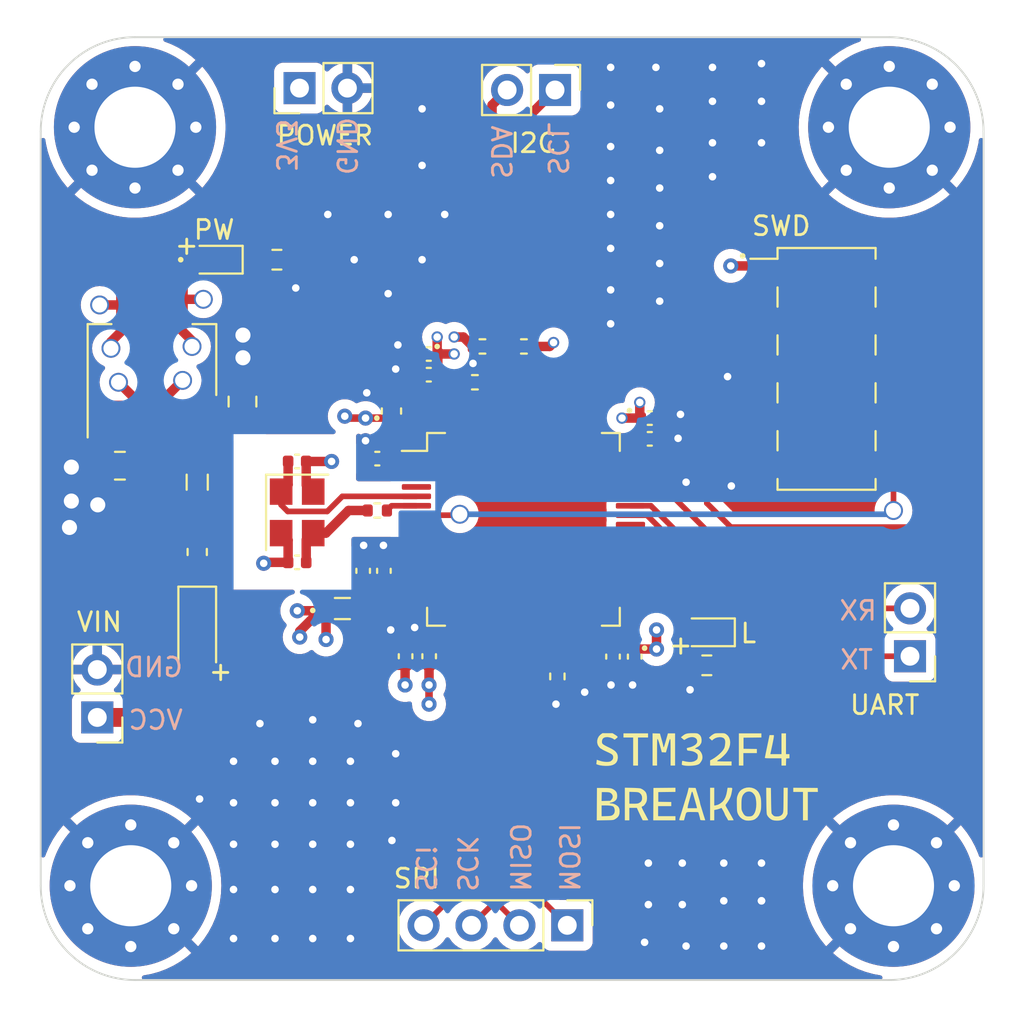
<source format=kicad_pcb>
(kicad_pcb (version 20221018) (generator pcbnew)
  (layers (0 "F.Cu" signal) (1 "In1.Cu" power) (2 "In2.Cu" power) (31 "B.Cu" signal) (34 "B.Paste" user) (35 "F.Paste" user) (36 "B.SilkS" user "B.Silkscreen") (37 "F.SilkS" user "F.Silkscreen") (38 "B.Mask" user) (39 "F.Mask" user) (44 "Edge.Cuts" user))
  (net 0 "")
  (net 1 "Net-(U2-VI)")
  (net 2 "GND")
  (net 3 "+3.3V")
  (net 4 "+3.3VA")
  (net 5 "Net-(U1-VCAP_2)")
  (net 6 "Net-(U1-VCAP_1)")
  (net 7 "HSE_IN")
  (net 8 "Net-(C18-Pad1)")
  (net 9 "Net-(D1-K)")
  (net 10 "VCC")
  (net 11 "Net-(D2-K)")
  (net 12 "Net-(D3-K)")
  (net 13 "Net-(D3-A)")
  (net 14 "Net-(F1-Pad2)")
  (net 15 "SWDIO")
  (net 16 "SWCLK")
  (net 17 "SWO")
  (net 20 "NRST")
  (net 21 "USART1_TX")
  (net 22 "USART1_RX")
  (net 23 "I2C1_SCL")
  (net 24 "I2C1_SDA")
  (net 25 "SPI1_CS")
  (net 26 "SPI1_SCK")
  (net 27 "SPI1_MISO")
  (net 28 "SPI1_MOSI")
  (net 29 "BOOT0")
  (net 30 "BOOT1")
  (net 31 "HSE_OUT")
  (footprint "Capacitor_SMD:C_0603_1608Metric" (layer "F.Cu") (at 148.375 100.025 90)
    (fp_text reference "C3")
    (fp_text value "10u")
  )
  (footprint "Connector_PinHeader_2.54mm:PinHeader_2x05_P2.54mm_Vertical_SMD" (layer "F.Cu") (at 171.45 97.79)
    (fp_text reference "J1")
    (fp_text value "Conn_02x05_Odd_Even")
  )
  (footprint "Package_QFP:LQFP-64_10x10mm_P0.5mm" (layer "F.Cu") (at 155.375 106.3)
    (fp_text reference "U1")
    (fp_text value "STM32F405RGTx")
  )
  (footprint "Connector_PinHeader_2.54mm:PinHeader_1x04_P2.54mm_Vertical" (layer "F.Cu") (at 157.7 127.3 -90)
    (fp_text reference "J4")
    (fp_text value "Conn_01x04")
  )
  (footprint "Capacitor_SMD:C_0805_2012Metric" (layer "F.Cu") (at 140.475 99.525 90)
    (fp_text reference "C1")
    (fp_text value "10u")
  )
  (footprint "Capacitor_SMD:C_0805_2012Metric" (layer "F.Cu") (at 133.975 102.925 180)
    (fp_text reference "C2")
    (fp_text value "10u")
  )
  (footprint "Capacitor_SMD:C_0402_1005Metric" (layer "F.Cu") (at 143.375 108.05 180)
    (fp_text reference "C18")
    (fp_text value "12p")
  )
  (footprint "MountingHole:MountingHole_4.3mm_M4_Pad_Via" (layer "F.Cu") (at 175 125.2)
    (fp_text reference "H3")
    (fp_text value "MountingHole_Pad")
  )
  (footprint "Capacitor_SMD:C_0201_0603Metric" (layer "F.Cu") (at 163.1 102.75)
    (fp_text reference "C15")
    (fp_text value "2.2 uf")
  )
  (footprint "Capacitor_SMD:C_0402_1005Metric" (layer "F.Cu") (at 147.625 102.55 180)
    (fp_text reference "C4")
    (fp_text value "100nf")
  )
  (footprint "Capacitor_SMD:C_0402_1005Metric" (layer "F.Cu") (at 161.275 113.05 -90)
    (fp_text reference "C8")
    (fp_text value "100nf")
  )
  (footprint "Resistor_SMD:R_0402_1005Metric" (layer "F.Cu") (at 155.4 96.6)
    (fp_text reference "R6")
    (fp_text value "2k2")
  )
  (footprint "Capacitor_SMD:C_0402_1005Metric" (layer "F.Cu") (at 150.375 113.03 90)
    (fp_text reference "C5")
    (fp_text value "100nf")
  )
  (footprint "Capacitor_SMD:C_0402_1005Metric" (layer "F.Cu") (at 150.355 98.1 180)
    (fp_text reference "C12")
    (fp_text value "100nf")
  )
  (footprint "Capacitor_SMD:C_0402_1005Metric" (layer "F.Cu") (at 150.355 97 180)
    (fp_text reference "C11")
    (fp_text value "100nf")
  )
  (footprint "logoslikscreen:F4logoslikscreen" (layer "F.Cu") (at 165.2 119.6)
    (fp_text reference "G***" hide)
    (fp_text value "LOGO" hide)
  )
  (footprint "LED_SMD:LED_0603_1608Metric" (layer "F.Cu") (at 139 92 180)
    (fp_text reference "D2")
    (fp_text value "Red")
  )
  (footprint "Capacitor_SMD:C_0201_0603Metric" (layer "F.Cu") (at 158.6 113.8 -90)
    (fp_text reference "C16")
    (fp_text value "2.2 uf")
  )
  (footprint "Capacitor_SMD:C_0402_1005Metric" (layer "F.Cu") (at 160.125 113.05 -90)
    (fp_text reference "C7")
    (fp_text value "100nf")
  )
  (footprint "Capacitor_SMD:C_0402_1005Metric" (layer "F.Cu") (at 162.075 100.4)
    (fp_text reference "C9")
    (fp_text value "100nf")
  )
  (footprint "MountingHole:MountingHole_4.3mm_M4_Pad_Via" (layer "F.Cu") (at 134.55 125.2)
    (fp_text reference "H4")
    (fp_text value "MountingHole_Pad")
  )
  (footprint "Diode_SMD:D_SOD-123" (layer "F.Cu") (at 138.075 111.7 -90)
    (fp_text reference "D1")
    (fp_text value "B5819W")
  )
  (footprint "Fuse:Fuse_0603_1608Metric" (layer "F.Cu") (at 138.075 107.5 90)
    (fp_text reference "F1")
    (fp_text value "500mA")
  )
  (footprint "Capacitor_SMD:C_0402_1005Metric" (layer "F.Cu") (at 149.125 113.03 90)
    (fp_text reference "C6")
    (fp_text value "100nf")
  )
  (footprint "LED_SMD:LED_0603_1608Metric" (layer "F.Cu") (at 165.1 111.76 180)
    (fp_text reference "D3")
    (fp_text value "Red")
  )
  (footprint "Crystal:Crystal_SMD_3225-4Pin_3.2x2.5mm" (layer "F.Cu") (at 143.375 105.4 -90)
    (fp_text reference "HSE1")
    (fp_text value "16MHZ")
  )
  (footprint "Resistor_SMD:R_0402_1005Metric" (layer "F.Cu") (at 157.175 114.1 90)
    (fp_text reference "R3")
    (fp_text value "10k")
  )
  (footprint "Resistor_SMD:R_0402_1005Metric" (layer "F.Cu") (at 147.625 105.3)
    (fp_text reference "R8")
    (fp_text value "220")
  )
  (footprint "Capacitor_SMD:C_0402_1005Metric" (layer "F.Cu") (at 143.375 102.7)
    (fp_text reference "C17")
    (fp_text value "12p")
  )
  (footprint "Inductor_SMD:L_0805_2012Metric" (layer "F.Cu") (at 138.075 103.8 90)
    (fp_text reference "FB1")
    (fp_text value "100 @ 100 MHz")
  )
  (footprint "Connector_PinHeader_2.54mm:PinHeader_1x02_P2.54mm_Vertical" (layer "F.Cu") (at 175.875 113.03 180)
    (fp_text reference "J2")
    (fp_text value "Conn_01x02")
  )
  (footprint "Capacitor_SMD:C_0402_1005Metric" (layer "F.Cu") (at 162.075 101.5)
    (fp_text reference "C10")
    (fp_text value "100nf")
  )
  (footprint "Resistor_SMD:R_0402_1005Metric" (layer "F.Cu") (at 153.2 96.6 180)
    (fp_text reference "R7")
    (fp_text value "2k2")
  )
  (footprint "Capacitor_SMD:C_0402_1005Metric" (layer "F.Cu") (at 147.975 108.5 90)
    (fp_text reference "C13")
    (fp_text value "100nf")
  )
  (footprint "Resistor_SMD:R_0402_1005Metric" (layer "F.Cu") (at 152.8 98.5)
    (fp_text reference "R2")
    (fp_text value "10k")
  )
  (footprint "MountingHole:MountingHole_4.3mm_M4_Pad_Via" (layer "F.Cu") (at 174.775 84.975)
    (fp_text reference "H1")
    (fp_text value "MountingHole_Pad")
  )
  (footprint "MountingHole:MountingHole_4.3mm_M4_Pad_Via" (layer "F.Cu") (at 134.775 84.975)
    (fp_text reference "H2")
    (fp_text value "MountingHole_Pad")
  )
  (footprint "Package_TO_SOT_SMD:SOT-223-3_TabPin2" (layer "F.Cu") (at 135.675 97.325 90)
    (fp_text reference "U2")
    (fp_text value "AMS1117-3.3")
  )
  (footprint "Capacitor_SMD:C_0402_1005Metric" (layer "F.Cu") (at 146.875 108.5 90)
    (fp_text reference "C14")
    (fp_text value "10n")
  )
  (footprint "Connector_PinHeader_2.54mm:PinHeader_1x02_P2.54mm_Vertical" (layer "F.Cu") (at 132.775 116.275 180)
    (fp_text reference "J5")
    (fp_text value "Conn_01x02")
  )
  (footprint "Resistor_SMD:R_0603_1608Metric" (layer "F.Cu") (at 142.3 92 180)
    (fp_text reference "R1")
    (fp_text value "2k2")
  )
  (footprint "Connector_PinHeader_2.54mm:PinHeader_1x02_P2.54mm_Vertical" (layer "F.Cu") (at 157.05 83 -90)
    (fp_text reference "J3")
    (fp_text value "Conn_01x02")
  )
  (footprint "Resistor_SMD:R_0603_1608Metric" (layer "F.Cu") (at 165.1 113.51)
    (fp_text reference "R4")
    (fp_text value "2k2")
  )
  (footprint "Inductor_SMD:L_0805_2012Metric" (layer "F.Cu") (at 145.775 110.5)
    (fp_text reference "FB2")
    (fp_text value "100 @ 100 MHz")
  )
  (footprint "Connector_PinHeader_2.54mm:PinHeader_1x02_P2.54mm_Vertical" (layer "F.Cu") (at 143.5 82.9 90)
    (fp_text reference "J6")
    (fp_text value "Conn_01x02")
  )
  (gr_circle (center 161.8 112.6) (end 161.8 112.6) (stroke (width 0.15)) (fill none) (layer "F.SilkS"))
  (gr_circle (center 144.2 110.6) (end 144.2 110.6) (stroke (width 0.15)) (fill none) (layer "F.SilkS"))
  (gr_circle (center 147.6 100.4) (end 147.6 100.4) (stroke (width 0.15)) (fill none) (layer "F.SilkS"))
  (gr_circle (center 137.2 92) (end 137.2 92) (stroke (width 0.15)) (fill none) (layer "F.SilkS"))
  (gr_circle (center 161 100) (end 161 100) (stroke (width 0.15)) (fill none) (layer "F.SilkS"))
  (gr_circle (center 167 91.8) (end 167 91.8) (stroke (width 0.15)) (fill none) (layer "F.SilkS"))
  (gr_circle (center 150.8 96.6) (end 150.8 96.6) (stroke (width 0.15)) (fill none) (layer "F.SilkS"))
  (gr_line (start 129.775 125.2) (end 129.775 85.2) (stroke (width 0.1)) (layer "Edge.Cuts"))
  (gr_line (start 179.775 85.2) (end 179.775 125.2) (stroke (width 0.1)) (layer "Edge.Cuts"))
  (gr_arc (start 179.775 125.2) (mid 178.310534 128.735534) (end 174.775 130.2) (stroke (width 0.1)) (layer "Edge.Cuts"))
  (gr_line (start 174.775 130.2) (end 134.775 130.2) (stroke (width 0.1)) (layer "Edge.Cuts"))
  (gr_line (start 134.775 80.2) (end 174.775 80.2) (stroke (width 0.1)) (layer "Edge.Cuts"))
  (gr_arc (start 174.775 80.2) (mid 178.310534 81.664466) (end 179.775 85.2) (stroke (width 0.1)) (layer "Edge.Cuts"))
  (gr_arc (start 134.775 130.2) (mid 131.239466 128.735534) (end 129.775 125.2) (stroke (width 0.1)) (layer "Edge.Cuts"))
  (gr_arc (start 129.775 85.2) (mid 131.239466 81.664466) (end 134.775 80.2) (stroke (width 0.1)) (layer "Edge.Cuts"))
  (gr_text "SCK" (at 151.8 125.6 -90) (layer "B.SilkS") (effects (font (size 1 1)) (justify left bottom mirror)))
  (gr_text "SCi" (at 149.6 125.6 -90) (layer "B.SilkS") (effects (font (size 1 1)) (justify left bottom mirror)))
  (gr_text "MOSI" (at 157.2 125.6 -90) (layer "B.SilkS") (effects (font (size 1 1)) (justify left bottom mirror)))
  (gr_text "GND" (at 137.4 114.2) (layer "B.SilkS") (effects (font (size 1 1)) (justify left bottom mirror)))
  (gr_text "MISO" (at 154.6 125.6 -90) (layer "B.SilkS") (effects (font (size 1 1)) (justify left bottom mirror)))
  (gr_text "SDA" (at 153.6 87.8 -90) (layer "B.SilkS") (effects (font (size 1 1)) (justify left bottom mirror)))
  (gr_text "TX" (at 174 113.8) (layer "B.SilkS") (effects (font (size 1 1)) (justify left bottom mirror)))
  (gr_text "3V3" (at 142.2 87.4 -90) (layer "B.SilkS") (effects (font (size 1 1)) (justify left bottom mirror)))
  (gr_text "GND" (at 145.4 87.6 270) (layer "B.SilkS") (effects (font (size 1 1)) (justify left bottom mirror)))
  (gr_text "SCL" (at 156.6 87.6 -90) (layer "B.SilkS") (effects (font (size 1 1)) (justify left bottom mirror)))
  (gr_text "RX" (at 174.2 111.2) (layer "B.SilkS") (effects (font (size 1 1)) (justify left bottom mirror)))
  (gr_text "VCC" (at 137.4 117) (layer "B.SilkS") (effects (font (size 1 1)) (justify left bottom mirror)))
  (gr_text "VIN\n" (at 131.6 111.8) (layer "F.SilkS") (effects (font (size 1 1)) (justify left bottom)))
  (gr_text "PW" (at 137.8 91) (layer "F.SilkS") (effects (font (size 1 1)) (justify left bottom)))
  (gr_text "I2C" (at 154.6 86.4) (layer "F.SilkS") (effects (font (size 1 1)) (justify left bottom)))
  (gr_text "+" (at 136.8 91.8) (layer "F.SilkS") (effects (font (size 1 1)) (justify left bottom)))
  (gr_text "+" (at 138.6 114.4) (layer "F.SilkS") (effects (font (size 1 1)) (justify left bottom)))
  (gr_text "SPI" (at 148.4 125.4) (layer "F.SilkS") (effects (font (size 1 1)) (justify left bottom)))
  (gr_text "L" (at 166.8 112.4) (layer "F.SilkS") (effects (font (size 1 1)) (justify left bottom)))
  (gr_text "POWER" (at 142.2 86) (layer "F.SilkS") (effects (font (size 1 1)) (justify left bottom)))
  (gr_text "SWD" (at 167.4 90.8) (layer "F.SilkS") (effects (font (size 1 1)) (justify left bottom)))
  (gr_text "+" (at 163 113) (layer "F.SilkS") (effects (font (size 1 1)) (justify left bottom)))
  (gr_text "UART" (at 172.6 116.2) (layer "F.SilkS") (effects (font (size 1 1)) (justify left bottom)))
  (segment (start 140.475 100.475) (end 137.975 100.475) (width 1) (layer "F.Cu") (net 1))
  (segment (start 138.075 102.7375) (end 138.075 100.575) (width 1) (layer "F.Cu") (net 1))
  (segment (start 138.075 100.575) (end 137.975 100.475) (width 1) (layer "F.Cu") (net 1))
  (segment (start 146.875 108.02) (end 146.875 107.175) (width 0.5) (layer "F.Cu") (net 2))
  (segment (start 150.375 112.275) (end 149.606 111.506) (width 0.3) (layer "F.Cu") (net 2))
  (segment (start 148.9 98.1) (end 148.6 97.8) (width 0.5) (layer "F.Cu") (net 2))
  (segment (start 150.375 112.55) (end 150.375 112.275) (width 0.3) (layer "F.Cu") (net 2))
  (segment (start 149.875 98.1) (end 148.9 98.1) (width 0.5) (layer "F.Cu") (net 2))
  (segment (start 143.855 102.7) (end 145.2 102.7) (width 0.5) (layer "F.Cu") (net 2))
  (segment (start 162.582 101.473) (end 162.555 101.5) (width 0.5) (layer "F.Cu") (net 2))
  (segment (start 147 102.405) (end 147.145 102.55) (width 0.4) (layer "F.Cu") (net 2))
  (segment (start 142.895 106.87) (end 142.525 106.5) (width 0.5) (layer "F.Cu") (net 2))
  (segment (start 164 103.8) (end 163.46 103.26) (width 0.5) (layer "F.Cu") (net 2))
  (segment (start 161.275 113.53) (end 161.275 114.442) (width 0.5) (layer "F.Cu") (net 2))
  (segment (start 149.125 112.422) (end 148.336 111.633) (width 0.5) (layer "F.Cu") (net 2))
  (segment (start 164.211 113.574) (end 164.275 113.51) (width 0.4) (layer "F.Cu") (net 2))
  (segment (start 160.125 113.53) (end 161.275 113.53) (width 0.5) (layer "F.Cu") (net 2))
  (segment (start 152.125 111.975) (end 152.125 111.098958) (width 0.3) (layer "F.Cu") (net 2))
  (segment (start 162.555 100.4) (end 162.555 101.5) (width 0.5) (layer "F.Cu") (net 2))
  (segment (start 168.925 97.79) (end 166.61 97.79) (width 0.5) (layer "F.Cu") (net 2))
  (segment (start 149.395 96.52) (end 149.875 97) (width 0.5) (layer "F.Cu") (net 2))
  (segment (start 143.125 93.325) (end 143.3 93.5) (width 0.5) (layer "F.Cu") (net 2))
  (segment (start 161.275 114.442) (end 161.163 114.554) (width 0.5) (layer "F.Cu") (net 2))
  (segment (start 149.125 112.55) (end 150.375 112.55) (width 0.5) (layer "F.Cu") (net 2))
  (segment (start 163.506 100.4) (end 163.703 100.203) (width 0.5) (layer "F.Cu") (net 2))
  (segment (start 147.256 99.25) (end 147.066 99.06) (width 0.5) (layer "F.Cu") (net 2))
  (segment (start 166.61 97.79) (end 166.2 98.2) (width 0.5) (layer "F.Cu") (net 2))
  (segment (start 152.125 98.665) (end 152.29 98.5) (width 0.3) (layer "F.Cu") (net 2))
  (segment (start 163.47 102.8) (end 163.42 102.75) (width 0.3) (layer "F.Cu") (net 2))
  (segment (start 143.855 103.93) (end 144.225 104.3) (width 0.5) (layer "F.Cu") (net 2))
  (segment (start 140.5 97.2) (end 140.5 96) (width 0.5) (layer "F.Cu") (net 2))
  (segment (start 147 101.6) (end 147 102.405) (width 0.4) (layer "F.Cu") (net 2))
  (segment (start 158.623 114.935) (end 158.623 114.143) (width 0.4) (layer "F.Cu") (net 2))
  (segment (start 164.211 114.808) (end 164.211 113.574) (width 0.4) (layer "F.Cu") (net 2))
  (segment (start 149.875 97) (end 149.875 98.1) (width 0.5) (layer "F.Cu") (net 2))
  (segment (start 160.02 114.554) (end 160.02 113.635) (width 0.5) (layer "F.Cu") (net 2))
  (segment (start 142.895 108.05) (end 141.65 108.05) (width 0.5) (layer "F.Cu") (net 2))
  (segment (start 143.125 92) (end 143.125 93.325) (width 0.5) (layer "F.Cu") (net 2))
  (segment (start 141.65 108.05) (end 141.6 108.1) (width 0.5) (layer "F.Cu") (net 2))
  (segment (start 168.925 102.87) (end 167.53 102.87) (width 0.5) (layer "F.Cu") (net 2))
  (segment (start 158.623 114.143) (end 158.6 114.12) (width 0.4) (layer "F.Cu") (net 2))
  (segment (start 157.099 115.57) (end 157.099 114.686) (width 0.4) (layer "F.Cu") (net 2))
  (segment (start 148.005 108.05) (end 147.975 108.02) (width 0.3) (layer "F.Cu") (net 2))
  (segment (start 163.576 101.473) (end 162.582 101.473) (width 0.5) (layer "F.Cu") (net 2))
  (segment (start 146.875 107.175) (end 146.9 107.15) (width 0.5) (layer "F.Cu") (net 2))
  (segment (start 133.025 100.825) (end 133.375 100.475) (width 1) (layer "F.Cu") (net 2))
  (segment (start 146.875 108.02) (end 147.975 108.02) (width 0.5) (layer "F.Cu") (net 2))
  (segment (start 149.7 108.05) (end 148.005 108.05) (width 0.3) (layer "F.Cu") (net 2))
  (segment (start 140.475 98.575) (end 140.475 97.225) (width 0.5) (layer "F.Cu") (net 2))
  (segment (start 140.475 97.225) (end 140.5 97.2) (width 0.5) (layer "F.Cu") (net 2))
  (segment (start 143.855 102.7) (end 143.855 103.93) (width 0.5) (layer "F.Cu") (net 2))
  (segment (start 151.876042 110.85) (end 151.35 110.85) (width 0.3) (layer "F.Cu") (net 2))
  (segment (start 151.35 110.85) (end 150.375 111.825) (width 0.3) (layer "F.Cu") (net 2))
  (segment (start 163.46 103.26) (end 163.46 102.75) (width 0.5) (layer "F.Cu") (net 2))
  (segment (start 167.53 102.87) (end 166.4 104) (width 0.5) (layer "F.Cu") (net 2))
  (segment (start 148.375 99.25) (end 147.256 99.25) (width 0.5) (layer "F.Cu") (net 2))
  (segment (start 152.29 97.91) (end 152.7 97.5) (width 0.3) (layer "F.Cu") (net 2))
  (segment (start 133.025 102.925) (end 133.025 100.825) (width 1) (layer "F.Cu") (net 2))
  (segment (start 147.975 107.175) (end 147.95 107.15) (width 0.3) (layer "F.Cu") (net 2))
  (segment (start 142.895 108.05) (end 142.895 106.87) (width 0.5) (layer "F.Cu") (net 2))
  (segment (start 160.02 113.635) (end 160.125 113.53) (width 0.5) (layer "F.Cu") (net 2))
  (segment (start 149.125 112.55) (end 149.125 112.422) (width 0.5) (layer "F.Cu") (net 2))
  (segment (start 148.717 96.52) (end 149.395 96.52) (width 0.5) (layer "F.Cu") (net 2))
  (segment (start 152.125 100.625) (end 152.125 98.665) (width 0.3) (layer "F.Cu") (net 2))
  (segment (start 152.29 98.5) (end 152.29 97.91) (width 0.3) (layer "F.Cu") (net 2))
  (segment (start 150.375 111.825) (end 150.375 112.55) (width 0.3) (layer "F.Cu") (net 2))
  (segment (start 157.099 114.686) (end 157.175 114.61) (width 0.4) (layer "F.Cu") (net 2))
  (segment (start 147.975 108.02) (end 147.975 107.175) (width 0.3) (layer "F.Cu") (net 2))
  (segment (start 152.125 111.098958) (end 151.876042 110.85) (width 0.3) (layer "F.Cu") (net 2))
  (segment (start 162.555 100.4) (end 163.506 100.4) (width 0.5) (layer "F.Cu") (net 2))
  (via (at 160.02 114.554) (size 0.8) (drill 0.4) (layers "F.Cu" "B.Cu") (net 2))
  (via (at 140 123) (size 0.8) (drill 0.4) (layers "F.Cu" "B.Cu") (net 2))
  (via (at 165.4 83.6) (size 0.8) (drill 0.4) (layers "F.Cu" "B.Cu") (net 2))
  (via (at 140 120.8) (size 0.8) (drill 0.4) (layers "F.Cu" "B.Cu") (net 2))
  (via (at 146.4 92) (size 0.8) (drill 0.4) (layers "F.Cu" "B.Cu") (net 2))
  (via (at 168 126) (size 0.8) (drill 0.4) (layers "F.Cu" "B.Cu") (net 2))
  (via (at 162 126.2) (size 0.8) (drill 0.4) (layers "F.Cu" "B.Cu") (net 2))
  (via (at 163.576 101.473) (size 0.8) (drill 0.4) (layers "F.Cu" "B.Cu") (net 2))
  (via (at 160 87.8) (size 0.8) (drill 0.4) (layers "F.Cu" "B.Cu") (net 2))
  (via (at 158.623 114.935) (size 0.8) (drill 0.4) (layers "F.Cu" "B.Cu") (net 2))
  (via (at 165.4 81.8) (size 0.8) (drill 0.4) (layers "F.Cu" "B.Cu") (net 2))
  (via (at 148.6 120.8) (size 0.8) (drill 0.4) (layers "F.Cu" "B.Cu") (net 2))
  (via (at 168 128.4) (size 0.8) (drill 0.4) (layers "F.Cu" "B.Cu") (net 2))
  (via (at 147.066 99.06) (size 0.8) (drill 0.4) (layers "F.Cu" "B.Cu") (net 2))
  (via (at 166.4 104) (size 0.8) (drill 0.4) (layers "F.Cu" "B.Cu") (net 2))
  (via (at 162.6 84) (size 0.8) (drill 0.4) (layers "F.Cu" "B.Cu") (net 2))
  (via (at 152.7 97.5) (size 0.6) (drill 0.4) (layers "F.Cu" "B.Cu") (net 2))
  (via (at 160 83.8) (size 0.8) (drill 0.4) (layers "F.Cu" "B.Cu") (net 2))
  (via (at 146.2 125.4) (size 0.8) (drill 0.4) (layers "F.Cu" "B.Cu") (net 2))
  (via (at 142.2 118.6) (size 0.8) (drill 0.4) (layers "F.Cu" "B.Cu") (net 2))
  (via (at 132.8 105) (size 1) (drill 0.8) (layers "F.Cu" "B.Cu") (net 2))
  (via (at 161.163 114.554) (size 0.8) (drill 0.4) (layers "F.Cu" "B.Cu") (net 2))
  (via (at 131.4 104.8) (size 1) (drill 0.8) (layers "F.Cu" "B.Cu") (net 2))
  (via (at 144.2 116.4) (size 0.8) (drill 0.4) (layers "F.Cu" "B.Cu") (net 2))
  (via (at 144.2 118.6) (size 0.8) (drill 0.4) (layers "F.Cu" "B.Cu") (net 2))
  (via (at 160 93.6) (size 0.8) (drill 0.4) (layers "F.Cu" "B.Cu") (net 2))
  (via (at 157.099 115.57) (size 0.8) (drill 0.4) (layers "F.Cu" "B.Cu") (net 2))
  (via (at 163.703 100.203) (size 0.8) (drill 0.4) (layers "F.Cu" "B.Cu") (net 2))
  (via (at 166 124) (size 0.8) (drill 0.4) (layers "F.Cu" "B.Cu") (net 2))
  (via (at 146.2 120.8) (size 0.8) (drill 0.4) (layers "F.Cu" "B.Cu") (net 2))
  (via (at 168 83.6) (size 0.8) (drill 0.4) (layers "F.Cu" "B.Cu") (net 2))
  (via (at 138.2 120.6) (size 0.8) (drill 0.4) (layers "F.Cu" "B.Cu") (net 2))
  (via (at 162 124) (size 0.8) (drill 0.4) (layers "F.Cu" "B.Cu") (net 2))
  (via (at 168 124) (size 0.8) (drill 0.4) (layers "F.Cu" "B.Cu") (net 2))
  (via (at 144.2 128) (size 0.8) (drill 0.4) (layers "F.Cu" "B.Cu") (net 2))
  (via (at 150 84) (size 0.8) (drill 0.4) (layers "F.Cu" "B.Cu") (net 2))
  (via (at 160 81.8) (size 0.8) (drill 0.4) (layers "F.Cu" "B.Cu") (net 2))
  (via (at 148.336 111.633) (size 0.8) (drill 0.4) (layers "F.Cu" "B.Cu") (net 2))
  (via (at 162.6 92.2) (size 0.8) (drill 0.4) (layers "F.Cu" "B.Cu") (net 2))
  (via (at 149.606 111.506) (size 0.8) (drill 0.4) (layers "F.Cu" "B.Cu") (net 2))
  (via (at 142.2 123) (size 0.8) (drill 0.4) (layers "F.Cu" "B.Cu") (net 2))
  (via (at 131.4 103) (size 1) (drill 0.8) (layers "F.Cu" "B.Cu") (net 2))
  (via (at 148.2 89.6) (size 0.8) (drill 0.4) (layers "F.Cu" "B.Cu") (net 2))
  (via (at 147.95 107.15) (size 0.8) (drill 0.4) (layers "F.Cu" "B.Cu") (net 2))
  (via (at 146.9 107.15) (size 0.8) (drill 0.4) (layers "F.Cu" "B.Cu") (net 2))
  (via (at 166 126) (size 0.8) (drill 0.4) (layers "F.Cu" "B.Cu") (net 2))
  (via (at 150 92) (size 0.8) (drill 0.4) (layers "F.Cu" "B.Cu") (net 2))
  (via (at 145.2 102.7) (size 0.8) (drill 0.4) (layers "F.Cu" "B.Cu") (net 2))
  (via (at 160 95.4) (size 0.8) (drill 0.4) (layers "F.Cu" "B.Cu") (net 2))
  (via (at 140 128) (size 0.8) (drill 0.4) (layers "F.Cu" "B.Cu") (net 2))
  (via (at 160 89.6) (size 0.8) (drill 0.4) (layers "F.Cu" "B.Cu") (net 2))
  (via (at 146.2 128) (size 0.8) (drill 0.4) (layers "F.Cu" "B.Cu") (net 2))
  (via (at 168 126) (size 0.8) (drill 0.4) (layers "F.Cu" "B.Cu") (net 2))
  (via (at 142.2 128) (size 0.8) (drill 0.4) (layers "F.Cu" "B.Cu") (net 2))
  (via (at 164.211 114.808) (size 0.8) (drill 0.4) (layers "F.Cu" "B.Cu") (net 2))
  (via (at 143.3 93.5) (size 0.8) (drill 0.4) (layers "F.Cu" "B.Cu") (net 2))
  (via (at 162.6 86.2) (size 0.8) (drill 0.4) (layers "F.Cu" "B.Cu") (net 2))
  (via (at 160 91.4) (size 0.8) (drill 0.4) (layers "F.Cu" "B.Cu") (net 2))
  (via (at 162.6 88.2) (size 0.8) (drill 0.4) (layers "F.Cu" "B.Cu") (net 2))
  (via (at 166.2 98.2) (size 0.8) (drill 0.4) (layers "F.Cu" "B.Cu") (net 2))
  (via (at 144.2 120.8) (size 0.8) (drill 0.4) (layers "F.Cu" "B.Cu") (net 2))
  (via (at 162.6 94.2) (size 0.8) (drill 0.4) (layers "F.Cu" "B.Cu") (net 2))
  (via (at 131.3 106.2) (size 1) (drill 0.8) (layers "F.Cu" "B.Cu") (net 2))
  (via (at 140.5 96) (size 1) (drill 0.8) (layers "F.Cu" "B.Cu") (net 2))
  (via (at 148.6 118.2) (size 0.8) (drill 0.4) (layers "F.Cu" "B.Cu") (net 2))
  (via (at 144.2 125.4) (size 0.8) (drill 0.4) (layers "F.Cu" "B.Cu") (net 2))
  (via (at 165.4 87.6) (size 0.8) (drill 0.4) (layers "F.Cu" "B.Cu") (net 2))
  (via (at 164 128.4) (size 0.8) (drill 0.4) (layers "F.Cu" "B.Cu") (net 2))
  (via (at 140 125.4) (size 0.8) (drill 0.4) (layers "F.Cu" "B.Cu") (net 2))
  (via (at 162.4 81.8) (size 0.8) (drill 0.4) (layers "F.Cu" "B.Cu") (net 2))
  (via (at 151.2 89.6) (size 0.8) (drill 0.4) (layers "F.Cu" "B.Cu") (net 2))
  (via (at 148.6 97.8) (size 0.8) (drill 0.4) (layers "F.Cu" "B.Cu") (net 2))
  (via (at 164 103.8) (size 0.8) (drill 0.4) (layers "F.Cu" "B.Cu") (net 2))
  (via (at 166 128.4) (size 0.8) (drill 0.4) (layers "F.Cu" "B.Cu") (net 2))
  (via (at 140 118.6) (size 0.8) (drill 0.4) (layers "F.Cu" "B.Cu") (net 2))
  (via (at 150 87) (size 0.8) (drill 0.4) (layers "F.Cu" "B.Cu") (net 2))
  (via (at 142.2 120.8) (size 0.8) (drill 0.4) (layers "F.Cu" "B.Cu") (net 2))
  (via (at 163.8 124) (size 0.8) (drill 0.4) (layers "F.Cu" "B.Cu") (net 2))
  (via (at 148.717 96.52) (size 0.8) (drill 0.4) (layers "F.Cu" "B.Cu") (net 2))
  (via (at 142.2 125.4) (size 0.8) (drill 0.4) (layers "F.Cu" "B.Cu") (net 2))
  (via (at 148.4 122.8) (size 0.8) (drill 0.4) (layers "F.Cu" "B.Cu") (net 2))
  (via (at 141.6 108.1) (size 0.8) (drill 0.4) (layers "F.Cu" "B.Cu") (net 2))
  (via (at 163.8 126.2) (size 0.8) (drill 0.4) (layers "F.Cu" "B.Cu") (net 2))
  (via (at 146.2 123) (size 0.8) (drill 0.4) (layers "F.Cu" "B.Cu") (net 2))
  (via (at 165.4 85.8) (size 0.8) (drill 0.4) (layers "F.Cu" "B.Cu") (net 2))
  (via (at 161.8 128.2) (size 0.8) (drill 0.4) (layers "F.Cu" "B.Cu") (net 2))
  (via (at 146.6 116.6) (size 0.8) (drill 0.4) (layers "F.Cu" "B.Cu") (net 2))
  (via (at 168 85.8) (size 0.8) (drill 0.4) (layers "F.Cu" "B.Cu") (net 2))
  (via (at 160 86) (size 0.8) (drill 0.4) (layers "F.Cu" "B.Cu") (net 2))
  (via (at 141.4 116.6) (size 0.8) (drill 0.4) (layers "F.Cu" "B.Cu") (net 2))
  (via (at 140.5 97.2) (size 1) (drill 0.8) (layers "F.Cu" "B.Cu") (net 2))
  (via (at 168 81.6) (size 0.8) (drill 0.4) (layers "F.Cu" "B.Cu") (net 2))
  (via (at 144.2 123) (size 0.8) (drill 0.4) (layers "F.Cu" "B.Cu") (net 2))
  (via (at 145 89.6) (size 0.8) (drill 0.4) (layers "F.Cu" "B.Cu") (net 2))
  (via (at 148.2 93.8) (size 0.8) (drill 0.4) (layers "F.Cu" "B.Cu") (net 2))
  (via (at 147 101.6) (size 0.8) (drill 0.4) (layers "F.Cu" "B.Cu") (net 2))
  (via (at 162.6 90.2) (size 0.8) (drill 0.4) (layers "F.Cu" "B.Cu") (net 2))
  (via (at 146.2 118.6) (size 0.8) (drill 0.4) (layers "F.Cu" "B.Cu") (net 2))
  (segment (start 135.675 100.025) (end 135.675 100.475) (width 0.5) (layer "F.Cu") (net 3))
  (segment (start 149.098 113.537) (end 149.125 113.51) (width 0.5) (layer "F.Cu") (net 3))
  (segment (start 143.383 110.617) (end 144.5955 110.617) (width 0.5) (layer "F.Cu") (net 3))
  (segment (start 150.835 99.609) (end 149.644 100.8) (width 0.3) (layer "F.Cu") (net 3))
  (segment (start 152.625 111.975) (end 152.625 112.851042) (width 0.3) (layer "F.Cu") (net 3))
  (segment (start 145.291742 110.5) (end 144.7125 110.5) (width 0.5) (layer "F.Cu") (net 3))
  (segment (start 150.8 96.965) (end 150.835 97) (width 0.5) (layer "F.Cu") (net 3))
  (segment (start 150.835 97) (end 150.835 98.1) (width 0.5) (layer "F.Cu") (net 3))
  (segment (start 148.105 102.55) (end 148.105 101.07) (width 0.3) (layer "F.Cu") (net 3))
  (segment (start 147 100.4) (end 146 100.4) (width 0.4) (layer "F.Cu") (net 3))
  (segment (start 149.644 100.8) (end 148.375 100.8) (width 0.3) (layer "F.Cu") (net 3))
  (segment (start 161.05 102.55) (end 161.05 102.045) (width 0.3) (layer "F.Cu") (net 3))
  (segment (start 135.675 100.475) (end 135.675 102.175) (width 1) (layer "F.Cu") (net 3))
  (segment (start 133.5 96.7) (end 133.5 96.35) (width 0.5) (layer "F.Cu") (net 3))
  (segment (start 143.51 111.7025) (end 144.7125 110.5) (width 0.5) (layer "F.Cu") (net 3))
  (segment (start 147.975 100.4) (end 148.375 100.8) (width 0.4) (layer "F.Cu") (net 3))
  (segment (start 160.125 112.425) (end 160.125 112.57) (width 0.3) (layer "F.Cu") (net 3))
  (segment (start 150.835 98.1) (end 150.835 99.609) (width 0.3) (layer "F.Cu") (net 3))
  (segment (start 135.675 94.175) (end 135.675 100.475) (width 1) (layer "F.Cu") (net 3))
  (segment (start 161.544 100.349) (end 161.595 100.4) (width 0.5) (layer "F.Cu") (net 3))
  (segment (start 156.765 96.6) (end 156.972 96.393) (width 0.5) (layer "F.Cu") (net 3))
  (segment (start 162.433 112.649) (end 161.354 112.649) (width 0.5) (layer "F.Cu") (net 3))
  (segment (start 168.544 92.329) (end 168.925 92.71) (width 0.5) (layer "F.Cu") (net 3))
  (segment (start 151.625 100.625) (end 151.625 98.89) (width 0.3) (layer "F.Cu") (net 3))
  (segment (start 155.91 96.6) (end 156.765 96.6) (width 0.5) (layer "F.Cu") (net 3))
  (segment (start 151.625 98.89) (end 150.835 98.1) (width 0.3) (layer "F.Cu") (net 3))
  (segment (start 136.0375 94.175) (end 138.2125 92) (width 1) (layer "F.Cu") (net 3))
  (segment (start 146 100.4) (end 145.9 100.3) (width 0.4) (layer "F.Cu") (net 3))
  (segment (start 162.433 112.649) (end 162.433 111.633) (width 0.5) (layer "F.Cu") (net 3))
  (segment (start 151.966042 113.51) (end 150.375 113.51) (width 0.3) (layer "F.Cu") (net 3))
  (segment (start 135.75 94.1) (end 135.675 94.175) (width 0.5) (layer "F.Cu") (net 3))
  (segment (start 144.907 112.141) (end 144.907 110.6945) (width 0.5) (layer "F.Cu") (net 3))
  (segment (start 150.368 115.57) (end 150.368 114.554) (width 0.4) (layer "F.Cu") (net 3))
  (segment (start 135.675 94.175) (end 136.0375 94.175) (width 1) (layer "F.Cu") (net 3))
  (segment (start 149.125 113.51) (end 148.301742 113.51) (width 0.5) (layer "F.Cu") (net 3))
  (segment (start 144.907 110.6945) (end 144.7125 110.5) (width 0.5) (layer "F.Cu") (net 3))
  (segment (start 161.354 112.649) (end 161.275 112.57) (width 0.5) (layer "F.Cu") (net 3))
  (segment (start 161.544 99.568) (end 161.544 100.349) (width 0.5) (layer "F.Cu") (net 3))
  (segment (start 135.45 94.4) (end 135.675 94.175) (width 0.5) (layer "F.Cu") (net 3))
  (segment (start 147 100.4) (end 147.975 100.4) (width 0.4) (layer "F.Cu") (net 3))
  (segment (start 132.9 94.4) (end 135.45 94.4) (width 0.5) (layer "F.Cu") (net 3))
  (segment (start 135.675 102.175) (end 134.925 102.925) (width 1) (layer "F.Cu") (net 3))
  (segment (start 161.275 112.57) (end 160.125 112.57) (width 0.5) (layer "F.Cu") (net 3))
  (segment (start 161.05 102.045) (end 161.595 101.5) (width 0.3) (layer "F.Cu") (net 3))
  (segment (start 133.9 98.5) (end 135.675 100.275) (width 0.5) (layer "F.Cu") (net 3))
  (segment (start 149.098 114.554) (end 149.098 113.537) (width 0.5) (layer "F.Cu") (net 3))
  (segment (start 151.7 97) (end 150.835 97) (width 0.5) (layer "F.Cu") (net 3))
  (segment (start 144.5955 110.617) (end 144.7125 110.5) (width 0.5) (layer "F.Cu") (net 3))
  (segment (start 150.8 96.1) (end 150.8 96.965) (width 0.5) (layer "F.Cu") (net 3))
  (segment (start 152.19 96.1) (end 152.69 96.6) (width 0.5) (layer "F.Cu") (net 3))
  (segment (start 160.6 100.4) (end 161.595 100.4) (width 0.5) (layer "F.Cu") (net 3))
  (segment (start 133.5 96.35) (end 135.675 94.175) (width 0.5) (layer "F.Cu") (net 3))
  (segment (start 137.3 98.4) (end 135.675 100.025) (width 0.5) (layer "F.Cu") (net 3))
  (segment (start 148.105 101.07) (end 148.375 100.8) (width 0.3) (layer "F.Cu") (net 3))
  (segment (start 137.8 96.6) (end 137.8 96.3) (width 0.5) (layer "F.Cu") (net 3))
  (segment (start 148.301742 113.51) (end 145.291742 110.5) (width 0.5) (layer "F.Cu") (net 3))
  (segment (start 138.4 94.1) (end 135.75 94.1) (width 0.5) (layer "F.Cu") (net 3))
  (segment (start 152.625 112.851042) (end 151.966042 113.51) (width 0.3) (layer "F.Cu") (net 3))
  (segment (start 150.368 113.517) (end 150.375 113.51) (width 0.5) (layer "F.Cu") (net 3))
  (segment (start 159.675 111.975) (end 160.125 112.425) (width 0.3) (layer "F.Cu") (net 3))
  (segment (start 161.595 100.4) (end 161.595 101.5) (width 0.5) (layer "F.Cu") (net 3))
  (segment (start 159.125 111.975) (end 159.675 111.975) (width 0.3) (layer "F.Cu") (net 3))
  (segment (start 135.675 100.275) (end 135.675 100.475) (width 0.5) (layer "F.Cu") (net 3))
  (segment (start 151.7 96.1) (end 152.19 96.1) (width 0.5) (layer "F.Cu") (net 3))
  (segment (start 166.37 92.329) (end 168.544 92.329) (width 0.5) (layer "F.Cu") (net 3))
  (segment (start 150.368 114.554) (end 150.368 113.517) (width 0.5) (layer "F.Cu") (net 3))
  (segment (start 137.8 96.3) (end 135.675 94.175) (width 0.5) (layer "F.Cu") (net 3))
  (segment (start 143.51 112.014) (end 143.51 111.7025) (width 0.5) (layer "F.Cu") (net 3))
  (segment (start 149.7 102.55) (end 148.105 102.55) (width 0.3) (layer "F.Cu") (net 3))
  (via (at 150.368 115.57) (size 0.8) (drill 0.4) (layers "F.Cu" "B.Cu") (net 3))
  (via (at 162.433 112.649) (size 0.8) (drill 0.4) (layers "F.Cu" "B.Cu") (net 3))
  (via (at 137.8 96.6) (size 1) (drill 0.8) (layers "F.Cu" "B.Cu") (net 3))
  (via (at 144.907 112.141) (size 0.8) (drill 0.4) (layers "F.Cu" "B.Cu") (net 3))
  (via (at 151.7 96.1) (size 0.6) (drill 0.4) (layers "F.Cu" "B.Cu") (net 3))
  (via (at 151.7 97) (size 0.6) (drill 0.4) (layers "F.Cu" "B.Cu") (net 3))
  (via (at 133.9 98.5) (size 1) (drill 0.8) (layers "F.Cu" "B.Cu") (net 3))
  (via (at 161.544 99.568) (size 0.6) (drill 0.4) (layers "F.Cu" "B.Cu") (net 3))
  (via (at 145.9 100.3) (size 0.8) (drill 0.4) (layers "F.Cu" "B.Cu") (net 3))
  (via (at 156.972 96.393) (size 0.6) (drill 0.4) (layers "F.Cu" "B.Cu") (net 3))
  (via (at 162.433 111.633) (size 0.8) (drill 0.4) (layers "F.Cu" "B.Cu") (net 3))
  (via (at 143.51 112.014) (size 0.8) (drill 0.4) (layers "F.Cu" "B.Cu") (net 3))
  (via (at 132.9 94.4) (size 1) (drill 0.8) (layers "F.Cu" "B.Cu") (net 3))
  (via (at 133.5 96.7) (size 1) (drill 0.8) (layers "F.Cu" "B.Cu") (net 3))
  (via (at 138.4 94.1) (size 1) (drill 0.8) (layers "F.Cu" "B.Cu") (net 3))
  (via (at 160.6 100.4) (size 0.6) (drill 0.4) (layers "F.Cu" "B.Cu") (net 3))
  (via (at 143.383 110.617) (size 0.8) (drill 0.4) (layers "F.Cu" "B.Cu") (net 3))
  (via (at 150.8 96.1) (size 0.6) (drill 0.4) (layers "F.Cu" "B.Cu") (net 3))
  (via (at 149.098 114.554) (size 0.8) (drill 0.4) (layers "F.Cu" "B.Cu") (net 3))
  (via (at 150.368 114.554) (size 0.8) (drill 0.4) (layers "F.Cu" "B.Cu") (net 3))
  (via (at 137.3 98.4) (size 1) (drill 0.8) (layers "F.Cu" "B.Cu") (net 3))
  (via (at 166.37 92.329) (size 0.8) (drill 0.4) (layers "F.Cu" "B.Cu") (net 3))
  (via (at 147 100.4) (size 0.8) (drill 0.4) (layers "F.Cu" "B.Cu") (net 3))
  (segment (start 146.8375 109.0175) (end 146.875 108.98) (width 0.5) (layer "F.Cu") (net 4))
  (segment (start 148.447966 108.55) (end 148.017966 108.98) (width 0.3) (layer "F.Cu") (net 4))
  (segment (start 148.017966 108.98) (end 147.975 108.98) (width 0.3) (layer "F.Cu") (net 4))
  (segment (start 149.7 108.55) (end 148.447966 108.55) (width 0.3) (layer "F.Cu") (net 4))
  (segment (start 146.875 108.98) (end 147.975 108.98) (width 0.5) (layer "F.Cu") (net 4))
  (segment (start 146.8375 110.5) (end 146.8375 109.0175) (width 0.5) (layer "F.Cu") (net 4))
  (segment (start 162.48 103.05) (end 162.78 102.75) (width 0.3) (layer "F.Cu") (net 5))
  (segment (start 161.05 103.05) (end 162.48 103.05) (width 0.3) (layer "F.Cu") (net 5))
  (segment (start 158.625 113.455) (end 158.625 111.975) (width 0.3) (layer "F.Cu") (net 6))
  (segment (start 158.6 113.48) (end 158.625 113.455) (width 0.3) (layer "F.Cu") (net 6))
  (segment (start 145.769976 104.55) (end 144.969976 105.35) (width 0.3) (layer "F.Cu") (net 7))
  (segment (start 144.969976 105.35) (end 142.875 105.35) (width 0.3) (layer "F.Cu") (net 7))
  (segment (start 142.895 102.7) (end 142.895 103.93) (width 0.5) (layer "F.Cu") (net 7))
  (segment (start 142.525 105) (end 142.525 104.3) (width 0.3) (layer "F.Cu") (net 7))
  (segment (start 142.875 105.35) (end 142.525 105) (width 0.3) (layer "F.Cu") (net 7))
  (segment (start 142.895 103.93) (end 142.525 104.3) (width 0.5) (layer "F.Cu") (net 7))
  (segment (start 149.7 104.55) (end 145.769976 104.55) (width 0.3) (layer "F.Cu") (net 7))
  (segment (start 144.9 106.5) (end 146.1 105.3) (width 0.5) (layer "F.Cu") (net 8))
  (segment (start 143.855 108.05) (end 143.855 106.87) (width 0.5) (layer "F.Cu") (net 8))
  (segment (start 143.855 106.87) (end 144.225 106.5) (width 0.5) (layer "F.Cu") (net 8))
  (segment (start 144.225 106.5) (end 144.9 106.5) (width 0.5) (layer "F.Cu") (net 8))
  (segment (start 146.1 105.3) (end 147.115 105.3) (width 0.5) (layer "F.Cu") (net 8))
  (segment (start 138.075 110.05) (end 138.075 108.2875) (width 1) (layer "F.Cu") (net 9))
  (segment (start 135.15 116.275) (end 138.075 113.35) (width 1) (layer "F.Cu") (net 10))
  (segment (start 132.775 116.275) (end 135.15 116.275) (width 1) (layer "F.Cu") (net 10))
  (segment (start 139.7875 92) (end 141.475 92) (width 0.5) (layer "F.Cu") (net 11))
  (segment (start 165.8875 113.4725) (end 165.925 113.51) (width 0.5) (layer "F.Cu") (net 12))
  (segment (start 165.8875 111.76) (end 165.8875 113.4725) (width 0.5) (layer "F.Cu") (net 12))
  (segment (start 162.6025 110.05) (end 164.3125 111.76) (width 0.3) (layer "F.Cu") (net 13))
  (segment (start 161.05 110.05) (end 162.6025 110.05) (width 0.3) (layer "F.Cu") (net 13))
  (segment (start 138.075 106.7125) (end 138.075 104.8625) (width 1) (layer "F.Cu") (net 14))
  (segment (start 177.8 94.96) (end 175.55 92.71) (width 0.3) (layer "F.Cu") (net 15))
  (segment (start 175.55 92.71) (end 173.975 92.71) (width 0.3) (layer "F.Cu") (net 15))
  (segment (start 177.8 106.68) (end 177.8 94.96) (width 0.3) (layer "F.Cu") (net 15))
  (segment (start 161.05 103.55) (end 162.288602 103.55) (width 0.3) (layer "F.Cu") (net 15))
  (segment (start 162.288602 103.55) (end 165.418602 106.68) (width 0.3) (layer "F.Cu") (net 15))
  (segment (start 165.418602 106.68) (end 177.8 106.68) (width 0.3) (layer "F.Cu") (net 15))
  (segment (start 165.1 99.06) (end 163.83 97.79) (width 0.3) (layer "F.Cu") (net 16))
  (segment (start 166.37 106.18) (end 165.1 104.91) (width 0.3) (layer "F.Cu") (net 16))
  (segment (start 159.125 98.685) (end 159.125 100.625) (width 0.3) (layer "F.Cu") (net 16))
  (segment (start 163.83 97.79) (end 160.02 97.79) (width 0.3) (layer "F.Cu") (net 16))
  (segment (start 160.02 97.79) (end 159.125 98.685) (width 0.3) (layer "F.Cu") (net 16))
  (segment (start 176.53 106.18) (end 166.37 106.18) (width 0.3) (layer "F.Cu") (net 16))
  (segment (start 165.1 104.91) (end 165.1 99.06) (width 0.3) (layer "F.Cu") (net 16))
  (segment (start 175.55 95.25) (end 177.3 97) (width 0.3) (layer "F.Cu") (net 16))
  (segment (start 177.3 97) (end 177.3 105.41) (width 0.3) (layer "F.Cu") (net 16))
  (segment (start 173.975 95.25) (end 175.55 95.25) (width 0.3) (layer "F.Cu") (net 16))
  (segment (start 177.3 105.41) (end 176.53 106.18) (width 0.3) (layer "F.Cu") (net 16))
  (segment (start 173.975 97.79) (end 173.125 96.94) (width 0.3) (layer "F.Cu") (net 17))
  (segment (start 156.125 99.145) (end 156.125 100.625) (width 0.3) (layer "F.Cu") (net 17))
  (segment (start 173.125 96.94) (end 158.33 96.94) (width 0.3) (layer "F.Cu") (net 17))
  (segment (start 158.33 96.94) (end 156.125 99.145) (width 0.3) (layer "F.Cu") (net 17))
  (segment (start 175 105.3) (end 175 105) (width 0.3) (layer "F.Cu") (net 20))
  (segment (start 173.975 102.87) (end 175 103.895) (width 0.3) (layer "F.Cu") (net 20))
  (segment (start 149.7 105.55) (end 151.95 105.55) (width 0.3) (layer "F.Cu") (net 20))
  (segment (start 175 103.895) (end 175 105.3) (width 0.3) (layer "F.Cu") (net 20))
  (segment (start 151.95 105.55) (end 152 105.5) (width 0.3) (layer "F.Cu") (net 20))
  (via (at 152 105.5) (size 1) (drill 0.8) (layers "F.Cu" "B.Cu") (net 20))
  (via (at 175 105.3) (size 1) (drill 0.8) (layers "F.Cu" "B.Cu") (net 20))
  (segment (start 152 105.5) (end 174.8 105.5) (width 0.3) (layer "B.Cu") (net 20))
  (segment (start 174.8 105.5) (end 175 105.3) (width 0.3) (layer "B.Cu") (net 20))
  (segment (start 162.7 106.323958) (end 162.7 109.1) (width 0.3) (layer "F.Cu") (net 21))
  (segment (start 170.43 113.03) (end 175.875 113.03) (width 0.3) (layer "F.Cu") (net 21))
  (segment (start 161.926042 105.55) (end 162.7 106.323958) (width 0.3) (layer "F.Cu") (net 21))
  (segment (start 163.8 110.2) (end 167.6 110.2) (width 0.3) (layer "F.Cu") (net 21))
  (segment (start 161.05 105.55) (end 161.926042 105.55) (width 0.3) (layer "F.Cu") (net 21))
  (segment (start 167.6 110.2) (end 170.43 113.03) (width 0.3) (layer "F.Cu") (net 21))
  (segment (start 162.7 109.1) (end 163.8 110.2) (width 0.3) (layer "F.Cu") (net 21))
  (segment (start 163.383148 106.3) (end 162.133148 105.05) (width 0.3) (layer "F.Cu") (net 22))
  (segment (start 169.99 110.49) (end 168.7 109.2) (width 0.3) (layer "F.Cu") (net 22))
  (segment (start 162.133148 105.05) (end 161.05 105.05) (width 0.3) (layer "F.Cu") (net 22))
  (segment (start 168.7 109.2) (end 163.7 109.2) (width 0.3) (layer "F.Cu") (net 22))
  (segment (start 175.875 110.49) (end 169.99 110.49) (width 0.3) (layer "F.Cu") (net 22))
  (segment (start 163.7 109.2) (end 163.7 106.6) (width 0.3) (layer "F.Cu") (net 22))
  (segment (start 163.7 106.6) (end 163.4 106.3) (width 0.3) (layer "F.Cu") (net 22))
  (segment (start 163.4 106.3) (end 163.383148 106.3) (width 0.3) (layer "F.Cu") (net 22))
  (segment (start 154.625 97.8) (end 154.625 100.625) (width 0.3) (layer "F.Cu") (net 23))
  (segment (start 157.05 83) (end 154.89 85.16) (width 0.5) (layer "F.Cu") (net 23))
  (segment (start 154.89 85.16) (end 154.89 96.6) (width 0.5) (layer "F.Cu") (net 23))
  (segment (start 154.89 96.6) (end 154.89 97.535) (width 0.3) (layer "F.Cu") (net 23))
  (segment (start 154.89 97.535) (end 154.625 97.8) (width 0.3) (layer "F.Cu") (net 23))
  (segment (start 154.51 83) (end 153.71 83.8) (width 0.5) (layer "F.Cu") (net 24))
  (segment (start 154.125 100.625) (end 154.125 97.825) (width 0.3) (layer "F.Cu") (net 24))
  (segment (start 153.71 97.41) (end 153.71 96.6) (width 0.3) (layer "F.Cu") (net 24))
  (segment (start 154.125 97.825) (end 153.71 97.41) (width 0.3) (layer "F.Cu") (net 24))
  (segment (start 153.71 83.8) (end 153.71 96.6) (width 0.5) (layer "F.Cu") (net 24))
  (segment (start 153.125 111.975) (end 153.125 124.255) (width 0.3) (layer "F.Cu") (net 25))
  (segment (start 153.125 124.255) (end 150.08 127.3) (width 0.3) (layer "F.Cu") (net 25))
  (segment (start 153.625 126.295) (end 152.62 127.3) (width 0.3) (layer "F.Cu") (net 26))
  (segment (start 153.625 111.975) (end 153.625 126.295) (width 0.3) (layer "F.Cu") (net 26))
  (segment (start 154.125 126.265) (end 154.125 111.975) (width 0.3) (layer "F.Cu") (net 27))
  (segment (start 155.16 127.3) (end 154.125 126.265) (width 0.3) (layer "F.Cu") (net 27))
  (segment (start 157.7 127.3) (end 154.625 124.225) (width 0.3) (layer "F.Cu") (net 28))
  (segment (start 154.625 124.225) (end 154.625 111.975) (width 0.3) (layer "F.Cu") (net 28))
  (segment (start 153.31 98.5) (end 153.625 98.815) (width 0.3) (layer "F.Cu") (net 29))
  (segment (start 153.625 98.815) (end 153.625 100.625) (width 0.3) (layer "F.Cu") (net 29))
  (segment (start 157.125 113.54) (end 157.175 113.59) (width 0.3) (layer "F.Cu") (net 30))
  (segment (start 157.125 111.975) (end 157.125 113.54) (width 0.3) (layer "F.Cu") (net 30))
  (segment (start 148.385 105.05) (end 148.135 105.3) (width 0.3) (layer "F.Cu") (net 31))
  (segment (start 149.7 105.05) (end 148.385 105.05) (width 0.3) (layer "F.Cu") (net 31))
  (zone (net 2) (net_name "GND") (layer "F.Cu") (connect_pads (clearance 0.5)) (min_thickness 0.25) (fill yes (thermal_gap 0.5) (thermal_bridge_width 0.5))
    (polygon (pts (xy 179.75 80) (xy 180 130) (xy 180 130.25) (xy 129.75 130.25) (xy 129.75 109.5) (xy 146.25 109.5) (xy 146.25 106.7) (xy 148.75 106.7) (xy 148.7 105.3) (xy 150.7 105.3) (xy 150.7 103.75) (xy 146.5 103.75) (xy 146.5 101.25) (xy 140 101.25) (xy 140 109.5) (xy 129.75 109.5) (xy 129.75 80)))
  )
  (zone (net 2) (net_name "GND") (layer "B.Cu") (connect_pads (clearance 0.5)) (min_thickness 0.25) (fill yes (thermal_gap 0.5) (thermal_bridge_width 0.5))
    (polygon (pts (xy 179.75 80) (xy 180 130) (xy 180 130.25) (xy 129.75 130.25) (xy 129.75 109.5) (xy 146.25 109.5) (xy 146.25 106.7) (xy 148.75 106.7) (xy 148.75 105.3) (xy 150.7 105.3) (xy 150.7 103.75) (xy 146.5 103.75) (xy 146.5 101.25) (xy 140 101.25) (xy 140 109.5) (xy 129.75 109.5) (xy 129.75 80)))
  )
)
</source>
